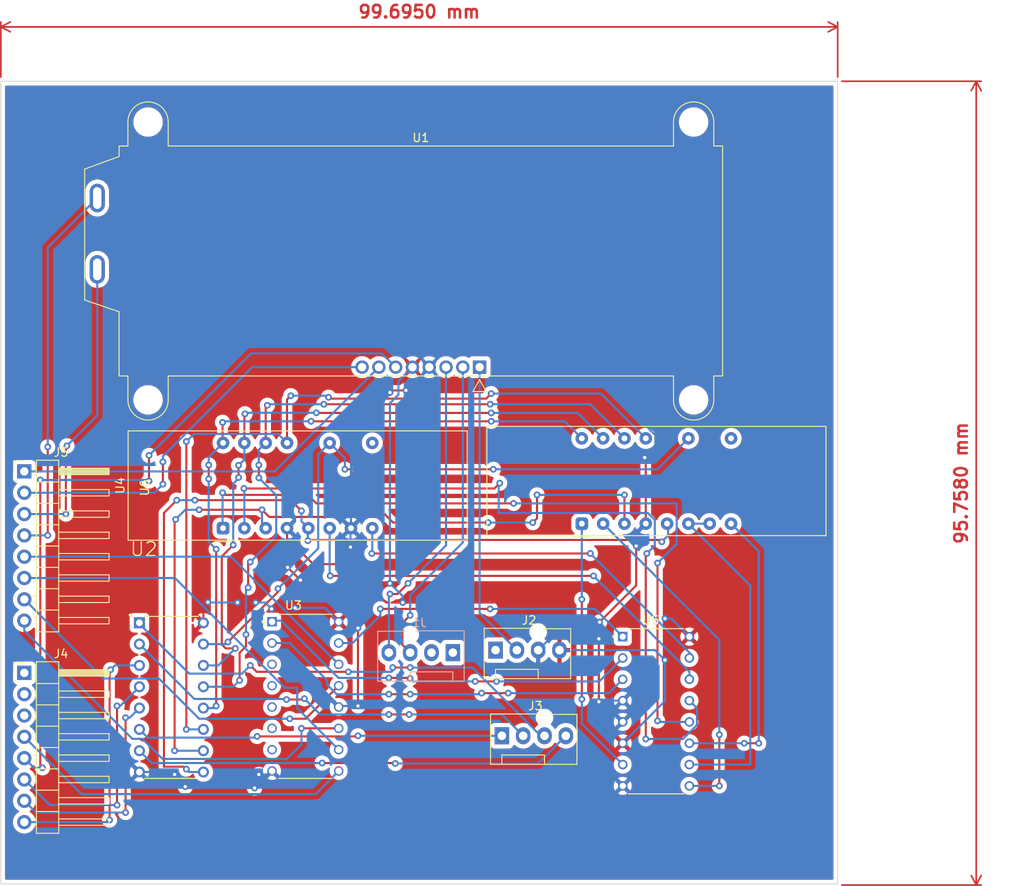
<source format=kicad_pcb>
(kicad_pcb (version 20211014) (generator pcbnew)
  (layers (0 "F.Cu" signal) (31 "B.Cu" signal) (34 "B.Paste" user) (35 "F.Paste" user) (36 "B.SilkS" user "B.Silkscreen") (37 "F.SilkS" user "F.Silkscreen") (38 "B.Mask" user) (39 "F.Mask" user) (44 "Edge.Cuts" user))
  (net 0 "")
  (net 3 "/CLK")
  (net 4 "/data")
  (net 6 "/RST'")
  (net 7 "/GND")
  (net 8 "/3.3V")
  (net 9 "/A3")
  (net 10 "/A2")
  (net 11 "/A1")
  (net 12 "/A0")
  (net 16 "Net-(U3-Pad9)")
  (net 17 "Net-(U1-Pad6)")
  (net 18 "Net-(U2-Pad4)")
  (net 19 "Net-(U2-Pad5)")
  (net 20 "Net-(U2-Pad3)")
  (net 21 "Net-(U1-Pad7)")
  (net 22 "Net-(U1-Pad8)")
  (net 23 "Net-(U1-Pad9)")
  (net 24 "Net-(U1-Pad10)")
  (net 25 "Net-(U3-Pad14)")
  (net 26 "Net-(U3-Pad10)")
  (net 27 "Net-(U3-Pad13)")
  (net 28 "Net-(U3-Pad11)")
  (net 29 "Net-(U2-Pad15)")
  (net 30 "Net-(U2-Pad10)")
  (net 31 "Net-(U2-Pad11)")
  (net 32 "Net-(U2-Pad14)")
  (net 33 "Net-(U2-Pad12)")
  (net 34 "Net-(U2-Pad13)")
  (net 35 "Net-(U2-Pad9)")
  (net 36 "Net-(U3-Pad1)")
  (net 37 "Net-(U3-Pad2)")
  (net 43 "Net-(U3-Pad15)")
  (net 44 "Net-(U4-Pad1)")
  (net 45 "Net-(U4-Pad2)")
  (net 46 "Net-(U4-Pad6)")
  (net 47 "Net-(U4-Pad8)")
  (net 49 "Net-(U5-Pad7)")
  (net 50 "Net-(U5-Pad9)")
  (net 51 "Net-(U5-Pad10)")
  (net 52 "Net-(U5-Pad11)")
  (footprint "Display_7Segment:LTC-4627Jx" (layer "F.Cu") (at 113.792 79.756 90)
    (fp_text reference "U6")
    (fp_text value "LTC-4627JD")
  )
  (footprint "Connector:FanPinHeader_1x04_P2.54mm_Vertical" (layer "F.Cu") (at 103.515 94.823)
    (fp_text reference "J2")
    (fp_text value "power")
  )
  (footprint "74xx:Demult_CD74HC237" (layer "F.Cu") (at 122.638 102.108)
    (fp_text reference "U5")
    (fp_text value "74HC237")
  )
  (footprint "Connector_PinHeader_2.54mm:PinHeader_1x08_P2.54mm_Horizontal" (layer "F.Cu") (at 47.371 97.536)
    (fp_text reference "J4")
    (fp_text value "debug1")
  )
  (footprint "Display_7Segment:LTC-4627Jx" (layer "F.Cu") (at 71.051 80.2965 90)
    (fp_text reference "U4")
    (fp_text value "LTC-4627JD")
  )
  (footprint "Display:NHD-C0220BiZ" (layer "F.Cu") (at 94.615 45.212)
    (fp_text reference "U1")
    (fp_text value "NHD-C0220BIZ")
  )
  (footprint "74xx:Decoder_74LS248" (layer "F.Cu") (at 64.897 100.457)
    (fp_text reference "U2")
    (fp_text value "74LS248")
  )
  (footprint "Connector_PinHeader_2.54mm:PinHeader_1x08_P2.54mm_Horizontal" (layer "F.Cu") (at 47.371 73.533)
    (fp_text reference "J5")
    (fp_text value "debug2")
  )
  (footprint "Connector:FanPinHeader_1x04_P2.54mm_Vertical" (layer "F.Cu") (at 104.267 105.029)
    (fp_text reference "J3")
    (fp_text value "LED input")
  )
  (footprint "74xx:Counter_74LS590" (layer "F.Cu") (at 80.8575 100.33)
    (fp_text reference "U3")
    (fp_text value "74LS590")
  )
  (footprint "Connector:FanPinHeader_1x04_P2.54mm_Vertical" (layer "B.Cu") (at 98.425 95.123 180)
    (fp_text reference "J1")
    (fp_text value "display")
  )
  (gr_rect (start 144.272 122.682) (end 44.577 27.051) (layer "Edge.Cuts") (width 0.1) (fill none))
  (dimension (type aligned) (layer "F.Cu") (pts (xy 144.272 27.051) (xy 144.272 122.809)) (height -16.51) (gr_text "95.7580 mm" (at 158.982 74.93 90) (layer "F.Cu") (effects (font (size 1.5 1.5) (thickness 0.3)))) (format (units 3) (units_format 1) (precision 4)) (style (thickness 0.2) (arrow_length 1.27) (text_position_mode 0) (extension_height 0.58642) (extension_offset 0.5) keep_text_aligned))
  (dimension (type aligned) (layer "F.Cu") (pts (xy 44.577 27.051) (xy 144.272 27.051)) (height -6.477) (gr_text "99.6950 mm" (at 94.4245 18.774) (layer "F.Cu") (effects (font (size 1.5 1.5) (thickness 0.3)))) (format (units 3) (units_format 1) (precision 4)) (style (thickness 0.2) (arrow_length 1.27) (text_position_mode 0) (extension_height 0.58642) (extension_offset 0.5) keep_text_aligned))
  (segment (start 93.345 90.678) (end 92.419999 91.603001) (width 0.25) (layer "F.Cu") (net 3))
  (segment (start 92.419999 91.603001) (end 92.419999 94.197999) (width 0.25) (layer "F.Cu") (net 3))
  (segment (start 92.419999 94.197999) (end 93.345 95.123) (width 0.25) (layer "F.Cu") (net 3))
  (via (at 93.345 90.678) (size 0.8) (drill 0.4) (layers "F.Cu" "B.Cu") (net 3))
  (segment (start 99.615 81.995) (end 93.345 88.265) (width 0.25) (layer "B.Cu") (net 3))
  (segment (start 99.615 61.112) (end 99.615 81.995) (width 0.25) (layer "B.Cu") (net 3))
  (segment (start 93.345 88.265) (end 93.345 90.297) (width 0.25) (layer "B.Cu") (net 3))
  (segment (start 93.345 90.297) (end 93.345 90.678) (width 0.25) (layer "B.Cu") (net 3))
  (segment (start 93.091 86.868) (end 91.821 88.138) (width 0.25) (layer "F.Cu") (net 4))
  (segment (start 91.821 88.138) (end 90.932 88.138) (width 0.25) (layer "F.Cu") (net 4))
  (via (at 90.932 88.138) (size 0.8) (drill 0.4) (layers "F.Cu" "B.Cu") (net 4))
  (via (at 93.091 86.868) (size 0.8) (drill 0.4) (layers "F.Cu" "B.Cu") (net 4))
  (segment (start 90.805 88.265) (end 90.805 95.123) (width 0.25) (layer "B.Cu") (net 4))
  (segment (start 90.932 88.138) (end 90.805 88.265) (width 0.25) (layer "B.Cu") (net 4))
  (segment (start 97.615 61.112) (end 97.615 82.344) (width 0.25) (layer "B.Cu") (net 4))
  (segment (start 97.615 82.344) (end 93.091 86.868) (width 0.25) (layer "B.Cu") (net 4))
  (segment (start 101.615 61.112) (end 101.615 61.199) (width 0.25) (layer "F.Cu") (net 6))
  (segment (start 101.615 61.199) (end 101.6 61.214) (width 0.25) (layer "F.Cu") (net 6))
  (segment (start 101.615 90.383) (end 106.055 94.823) (width 0.25) (layer "B.Cu") (net 6))
  (segment (start 101.615 61.112) (end 101.615 90.383) (width 0.25) (layer "B.Cu") (net 6))
  (segment (start 74.803 110.1465) (end 75.311 109.6385) (width 0.25) (layer "F.Cu") (net 7))
  (segment (start 78.671 81.465) (end 81.788 84.582) (width 0.25) (layer "F.Cu") (net 7))
  (segment (start 86.233 84.328) (end 86.233 82.55) (width 0.25) (layer "F.Cu") (net 7))
  (segment (start 92.837 63.881) (end 91.186 63.881) (width 0.25) (layer "F.Cu") (net 7))
  (segment (start 78.671 80.2965) (end 78.671 81.465) (width 0.25) (layer "F.Cu") (net 7))
  (segment (start 91.186 63.881) (end 90.932 64.135) (width 0.25) (layer "F.Cu") (net 7))
  (segment (start 121.285 71.882) (end 121.412 72.009) (width 0.25) (layer "F.Cu") (net 7))
  (segment (start 87.122 92.202) (end 87.122 101.473) (width 0.25) (layer "F.Cu") (net 7))
  (segment (start 121.412 72.009) (end 121.412 79.756) (width 0.25) (layer "F.Cu") (net 7))
  (segment (start 85.979 84.582) (end 86.233 84.328) (width 0.25) (layer "F.Cu") (net 7))
  (segment (start 78.74 84.963) (end 80.264 86.487) (width 0.25) (layer "F.Cu") (net 7))
  (segment (start 74.803 111.252) (end 74.803 110.1465) (width 0.25) (layer "F.Cu") (net 7))
  (segment (start 65.278 109.6385) (end 65.278 109.8175) (width 0.25) (layer "F.Cu") (net 7))
  (segment (start 120.269 87.122) (end 115.908201 91.482799) (width 0.25) (layer "F.Cu") (net 7))
  (segment (start 81.788 84.582) (end 85.979 84.582) (width 0.25) (layer "F.Cu") (net 7))
  (segment (start 120.269 82.423) (end 120.269 87.122) (width 0.25) (layer "F.Cu") (net 7))
  (segment (start 65.278 109.8175) (end 66.548 111.0875) (width 0.25) (layer "F.Cu") (net 7))
  (segment (start 115.824 93.472) (end 115.824 100.965) (width 0.25) (layer "F.Cu") (net 7))
  (via (at 87.122 101.473) (size 0.8) (drill 0.4) (layers "F.Cu" "B.Cu") (net 7))
  (via (at 115.908201 91.482799) (size 0.8) (drill 0.4) (layers "F.Cu" "B.Cu") (net 7))
  (via (at 92.837 63.881) (size 0.8) (drill 0.4) (layers "F.Cu" "B.Cu") (net 7))
  (via (at 75.311 109.6385) (size 0.8) (drill 0.4) (layers "F.Cu" "B.Cu") (net 7))
  (via (at 66.548 111.0875) (size 0.8) (drill 0.4) (layers "F.Cu" "B.Cu") (net 7))
  (via (at 86.233 82.55) (size 0.8) (drill 0.4) (layers "F.Cu" "B.Cu") (net 7))
  (via (at 120.269 82.423) (size 0.8) (drill 0.4) (layers "F.Cu" "B.Cu") (net 7))
  (via (at 65.278 109.6385) (size 0.8) (drill 0.4) (layers "F.Cu" "B.Cu") (net 7))
  (via (at 78.74 84.963) (size 0.8) (drill 0.4) (layers "F.Cu" "B.Cu") (net 7))
  (via (at 80.264 86.487) (size 0.8) (drill 0.4) (layers "F.Cu" "B.Cu") (net 7))
  (via (at 90.932 64.135) (size 0.8) (drill 0.4) (layers "F.Cu" "B.Cu") (net 7))
  (via (at 115.824 100.965) (size 0.8) (drill 0.4) (layers "F.Cu" "B.Cu") (net 7))
  (via (at 121.285 71.882) (size 0.8) (drill 0.4) (layers "F.Cu" "B.Cu") (net 7))
  (via (at 74.803 111.252) (size 0.8) (drill 0.4) (layers "F.Cu" "B.Cu") (net 7))
  (via (at 115.824 93.472) (size 0.8) (drill 0.4) (layers "F.Cu" "B.Cu") (net 7))
  (via (at 87.122 92.202) (size 0.8) (drill 0.4) (layers "F.Cu" "B.Cu") (net 7))
  (segment (start 120.269 80.899) (end 120.269 82.423) (width 0.25) (layer "B.Cu") (net 7))
  (segment (start 108.595 94.823) (end 109.946 93.472) (width 0.25) (layer "B.Cu") (net 7))
  (segment (start 90.932 64.135) (end 86.291 68.776) (width 0.25) (layer "B.Cu") (net 7))
  (segment (start 61.087 109.347) (end 64.9865 109.347) (width 0.25) (layer "B.Cu") (net 7))
  (segment (start 95.615 61.112) (end 97.251443 59.475557) (width 0.25) (layer "B.Cu") (net 7))
  (segment (start 79.502 84.201) (end 78.74 84.963) (width 0.25) (layer "B.Cu") (net 7))
  (segment (start 66.548 111.0875) (end 66.7125 111.252) (width 0.25) (layer "B.Cu") (net 7))
  (segment (start 115.824 100.965) (end 115.951 100.838) (width 0.25) (layer "B.Cu") (net 7))
  (segment (start 78.671 80.2965) (end 78.671 80.322) (width 0.25) (layer "B.Cu") (net 7))
  (segment (start 112.811837 59.475557) (end 122.555 69.21872) (width 0.25) (layer "B.Cu") (net 7))
  (segment (start 76.469 109.6385) (end 76.8875 109.22) (width 0.25) (layer "B.Cu") (net 7))
  (segment (start 87.122 101.473) (end 84.9545 101.473) (width 0.25) (layer "B.Cu") (net 7))
  (segment (start 64.9865 109.347) (end 65.278 109.6385) (width 0.25) (layer "B.Cu") (net 7))
  (segment (start 121.412 79.756) (end 120.269 80.899) (width 0.25) (layer "B.Cu") (net 7))
  (segment (start 115.908201 93.387799) (end 115.824 93.472) (width 0.25) (layer "B.Cu") (net 7))
  (segment (start 122.555 69.21872) (end 122.555 70.612) (width 0.25) (layer "B.Cu") (net 7))
  (segment (start 75.311 109.6385) (end 76.469 109.6385) (width 0.25) (layer "B.Cu") (net 7))
  (segment (start 109.946 93.472) (end 115.824 93.472) (width 0.25) (layer "B.Cu") (net 7))
  (segment (start 95.615 61.112) (end 92.846 63.881) (width 0.25) (layer "B.Cu") (net 7))
  (segment (start 92.846 63.881) (end 92.837 63.881) (width 0.25) (layer "B.Cu") (net 7))
  (segment (start 97.251443 59.475557) (end 112.811837 59.475557) (width 0.25) (layer "B.Cu") (net 7))
  (segment (start 78.74 80.391) (end 79.502 81.153) (width 0.25) (layer "B.Cu") (net 7))
  (segment (start 115.951 100.838) (end 118.668 100.838) (width 0.25) (layer "B.Cu") (net 7))
  (segment (start 84.9545 101.473) (end 84.8275 101.6) (width 0.25) (layer "B.Cu") (net 7))
  (segment (start 81.407 86.487) (end 87.122 92.202) (width 0.25) (layer "B.Cu") (net 7))
  (segment (start 86.291 68.776) (end 86.291 80.2965) (width 0.25) (layer "B.Cu") (net 7))
  (segment (start 79.502 81.153) (end 79.502 84.201) (width 0.25) (layer "B.Cu") (net 7))
  (segment (start 115.908201 91.482799) (end 115.908201 93.387799) (width 0.25) (layer "B.Cu") (net 7))
  (segment (start 80.264 86.487) (end 81.407 86.487) (width 0.25) (layer "B.Cu") (net 7))
  (segment (start 86.233 80.3545) (end 86.291 80.2965) (width 0.25) (layer "B.Cu") (net 7))
  (segment (start 66.7125 111.252) (end 74.803 111.252) (width 0.25) (layer "B.Cu") (net 7))
  (segment (start 122.555 70.612) (end 121.285 71.882) (width 0.25) (layer "B.Cu") (net 7))
  (segment (start 86.233 82.55) (end 86.233 80.3545) (width 0.25) (layer "B.Cu") (net 7))
  (segment (start 78.671 80.322) (end 78.74 80.391) (width 0.25) (layer "B.Cu") (net 7))
  (segment (start 68.707 91.567) (end 68.707 89.661999) (width 0.25) (layer "F.Cu") (net 8))
  (segment (start 68.707 89.661999) (end 69.251223 89.117776) (width 0.25) (layer "F.Cu") (net 8))
  (segment (start 123.698 91.059) (end 123.698 96.012) (width 0.25) (layer "F.Cu") (net 8))
  (segment (start 76.962 89.789) (end 79.629 89.789) (width 0.25) (layer "F.Cu") (net 8))
  (segment (start 111.125 89.154) (end 111.135 89.164) (width 0.25) (layer "F.Cu") (net 8))
  (segment (start 72.771 89.154) (end 74.93 89.154) (width 0.25) (layer "F.Cu") (net 8))
  (segment (start 111.135 89.164) (end 111.135 94.823) (width 0.25) (layer "F.Cu") (net 8))
  (segment (start 92.456 89.154) (end 111.125 89.154) (width 0.25) (layer "F.Cu") (net 8))
  (segment (start 84.8275 91.44) (end 89.3995 86.868) (width 0.25) (layer "F.Cu") (net 8))
  (segment (start 123.825 96.012) (end 123.698 96.012) (width 0.25) (layer "F.Cu") (net 8))
  (segment (start 76.835 89.916) (end 76.962 89.789) (width 0.25) (layer "F.Cu") (net 8))
  (segment (start 89.3995 86.868) (end 90.932 86.868) (width 0.25) (layer "F.Cu") (net 8))
  (via (at 76.835 89.916) (size 0.8) (drill 0.4) (layers "F.Cu" "B.Cu") (net 8))
  (via (at 123.698 96.012) (size 0.8) (drill 0.4) (layers "F.Cu" "B.Cu") (net 8))
  (via (at 79.629 89.789) (size 0.8) (drill 0.4) (layers "F.Cu" "B.Cu") (net 8))
  (via (at 69.251223 89.117776) (size 0.8) (drill 0.4) (layers "F.Cu" "B.Cu") (net 8))
  (via (at 72.771 89.154) (size 0.8) (drill 0.4) (layers "F.Cu" "B.Cu") (net 8))
  (via (at 92.456 89.154) (size 0.8) (drill 0.4) (layers "F.Cu" "B.Cu") (net 8))
  (via (at 123.698 91.059) (size 0.8) (drill 0.4) (layers "F.Cu" "B.Cu") (net 8))
  (via (at 74.93 89.154) (size 0.8) (drill 0.4) (layers "F.Cu" "B.Cu") (net 8))
  (via (at 90.932 86.868) (size 0.8) (drill 0.4) (layers "F.Cu" "B.Cu") (net 8))
  (segment (start 124.449 91.059) (end 123.698 91.059) (width 0.25) (layer "B.Cu") (net 8))
  (segment (start 126.608 93.218) (end 126.608 93.229) (width 0.25) (layer "B.Cu") (net 8))
  (segment (start 79.629 89.789) (end 83.1765 89.789) (width 0.25) (layer "B.Cu") (net 8))
  (segment (start 123.698 100.888) (end 118.668 105.918) (width 0.25) (layer "B.Cu") (net 8))
  (segment (start 122.509 94.823) (end 123.698 96.012) (width 0.25) (layer "B.Cu") (net 8))
  (segment (start 90.932 65.405) (end 91.948 64.389) (width 0.25) (layer "B.Cu") (net 8))
  (segment (start 123.698 96.012) (end 123.698 100.888) (width 0.25) (layer "B.Cu") (net 8))
  (segment (start 111.135 94.823) (end 122.509 94.823) (width 0.25) (layer "B.Cu") (net 8))
  (segment (start 92.456 88.392) (end 92.456 89.154) (width 0.25) (layer "B.Cu") (net 8))
  (segment (start 126.608 93.218) (end 124.449 91.059) (width 0.25) (layer "B.Cu") (net 8))
  (segment (start 74.93 89.154) (end 76.073 89.154) (width 0.25) (layer "B.Cu") (net 8))
  (segment (start 91.948 62.779) (end 93.615 61.112) (width 0.25) (layer "B.Cu") (net 8))
  (segment (start 90.932 86.868) (end 92.456 88.392) (width 0.25) (layer "B.Cu") (net 8))
  (segment (start 76.073 89.154) (end 76.835 89.916) (width 0.25) (layer "B.Cu") (net 8))
  (segment (start 83.1765 89.789) (end 84.8275 91.44) (width 0.25) (layer "B.Cu") (net 8))
  (segment (start 91.948 64.389) (end 91.948 62.779) (width 0.25) (layer "B.Cu") (net 8))
  (segment (start 69.287447 89.154) (end 72.771 89.154) (width 0.25) (layer "B.Cu") (net 8))
  (segment (start 69.251223 89.117776) (end 69.287447 89.154) (width 0.25) (layer "B.Cu") (net 8))
  (segment (start 90.932 86.868) (end 90.932 65.405) (width 0.25) (layer "B.Cu") (net 8))
  (segment (start 75.111792 105.1035) (end 87.0475 105.1035) (width 0.25) (layer "F.Cu") (net 9))
  (segment (start 87.0475 105.1035) (end 87.122 105.029) (width 0.25) (layer "F.Cu") (net 9))
  (segment (start 75.111792 105.1035) (end 75.291292 105.283) (width 0.25) (layer "F.Cu") (net 9))
  (via (at 75.111792 105.1035) (size 0.8) (drill 0.4) (layers "F.Cu" "B.Cu") (net 9))
  (via (at 87.122 105.029) (size 0.8) (drill 0.4) (layers "F.Cu" "B.Cu") (net 9))
  (segment (start 74.969292 105.246) (end 75.111792 105.1035) (width 0.25) (layer "B.Cu") (net 9))
  (segment (start 62.066 105.246) (end 74.969292 105.246) (width 0.25) (layer "B.Cu") (net 9))
  (segment (start 87.122 105.029) (end 104.267 105.029) (width 0.25) (layer "B.Cu") (net 9))
  (segment (start 61.087 104.267) (end 62.066 105.246) (width 0.25) (layer "B.Cu") (net 9))
  (segment (start 80.636402 100.711) (end 80.740425 100.606977) (width 0.25) (layer "F.Cu") (net 10))
  (segment (start 78.613 100.711) (end 80.636402 100.711) (width 0.25) (layer "F.Cu") (net 10))
  (segment (start 90.805 102.489) (end 93.218 102.489) (width 0.25) (layer "F.Cu") (net 10))
  (via (at 80.740425 100.606977) (size 0.8) (drill 0.4) (layers "F.Cu" "B.Cu") (net 10))
  (via (at 90.805 102.489) (size 0.8) (drill 0.4) (layers "F.Cu" "B.Cu") (net 10))
  (via (at 93.218 102.489) (size 0.8) (drill 0.4) (layers "F.Cu" "B.Cu") (net 10))
  (via (at 78.613 100.711) (size 0.8) (drill 0.4) (layers "F.Cu" "B.Cu") (net 10))
  (segment (start 93.218 102.489) (end 104.267 102.489) (width 0.25) (layer "B.Cu") (net 10))
  (segment (start 78.542601 100.640601) (end 78.613 100.711) (width 0.25) (layer "B.Cu") (net 10))
  (segment (start 61.087 94.107) (end 67.620601 100.640601) (width 0.25) (layer "B.Cu") (net 10))
  (segment (start 104.267 102.489) (end 106.807 105.029) (width 0.25) (layer "B.Cu") (net 10))
  (segment (start 82.623448 102.49) (end 90.804 102.49) (width 0.25) (layer "B.Cu") (net 10))
  (segment (start 67.620601 100.640601) (end 78.542601 100.640601) (width 0.25) (layer "B.Cu") (net 10))
  (segment (start 90.804 102.49) (end 90.805 102.489) (width 0.25) (layer "B.Cu") (net 10))
  (segment (start 80.740425 100.606977) (end 82.623448 102.49) (width 0.25) (layer "B.Cu") (net 10))
  (segment (start 91.2705 96.901) (end 93.345 96.901) (width 0.25) (layer "F.Cu") (net 11))
  (segment (start 75.058 97.41) (end 85.978 97.41) (width 0.25) (layer "F.Cu") (net 11))
  (segment (start 74.295 96.647) (end 75.058 97.41) (width 0.25) (layer "F.Cu") (net 11))
  (segment (start 85.978 97.41) (end 85.979 97.409) (width 0.25) (layer "F.Cu") (net 11))
  (via (at 85.979 97.409) (size 0.8) (drill 0.4) (layers "F.Cu" "B.Cu") (net 11))
  (via (at 91.2705 96.901) (size 0.8) (drill 0.4) (layers "F.Cu" "B.Cu") (net 11))
  (via (at 93.345 96.901) (size 0.8) (drill 0.4) (layers "F.Cu" "B.Cu") (net 11))
  (via (at 74.295 96.647) (size 0.8) (drill 0.4) (layers "F.Cu" "B.Cu") (net 11))
  (segment (start 100.762703 96.901) (end 108.890703 105.029) (width 0.25) (layer "B.Cu") (net 11))
  (segment (start 61.087 91.694) (end 67.019 97.626) (width 0.25) (layer "B.Cu") (net 11))
  (segment (start 61.087 91.567) (end 61.087 91.694) (width 0.25) (layer "B.Cu") (net 11))
  (segment (start 91.2705 97.250015) (end 91.2705 96.901) (width 0.25) (layer "B.Cu") (net 11))
  (segment (start 67.019 97.626) (end 73.316 97.626) (width 0.25) (layer "B.Cu") (net 11))
  (segment (start 85.979 97.409) (end 91.111515 97.409) (width 0.25) (layer "B.Cu") (net 11))
  (segment (start 73.316 97.626) (end 74.295 96.647) (width 0.25) (layer "B.Cu") (net 11))
  (segment (start 91.111515 97.409) (end 91.2705 97.250015) (width 0.25) (layer "B.Cu") (net 11))
  (segment (start 93.345 96.901) (end 100.762703 96.901) (width 0.25) (layer "B.Cu") (net 11))
  (segment (start 108.890703 105.029) (end 109.347 105.029) (width 0.25) (layer "B.Cu") (net 11))
  (segment (start 82.858951 108.276049) (end 91.512049 108.276049) (width 0.25) (layer "F.Cu") (net 12))
  (segment (start 91.512049 108.276049) (end 91.567 108.331) (width 0.25) (layer "F.Cu") (net 12))
  (via (at 91.567 108.331) (size 0.8) (drill 0.4) (layers "F.Cu" "B.Cu") (net 12))
  (via (at 82.858951 108.276049) (size 0.8) (drill 0.4) (layers "F.Cu" "B.Cu") (net 12))
  (segment (start 91.567 108.331) (end 108.585 108.331) (width 0.25) (layer "B.Cu") (net 12))
  (segment (start 108.585 108.331) (end 111.887 105.029) (width 0.25) (layer "B.Cu") (net 12))
  (segment (start 61.087 106.807) (end 62.556049 108.276049) (width 0.25) (layer "B.Cu") (net 12))
  (segment (start 62.556049 108.276049) (end 82.858951 108.276049) (width 0.25) (layer "B.Cu") (net 12))
  (segment (start 47.371 105.156) (end 54.192 111.977) (width 0.25) (layer "B.Cu") (net 16))
  (segment (start 82.0705 111.977) (end 84.8275 109.22) (width 0.25) (layer "B.Cu") (net 16))
  (segment (start 54.192 111.977) (end 82.0705 111.977) (width 0.25) (layer "B.Cu") (net 16))
  (segment (start 62.23 74.676) (end 62.23 71.628) (width 0.25) (layer "F.Cu") (net 17))
  (segment (start 49.53 108.839) (end 49.276 108.585) (width 0.25) (layer "F.Cu") (net 17))
  (segment (start 49.276 108.585) (end 49.276 74.549) (width 0.25) (layer "F.Cu") (net 17))
  (via (at 49.276 74.549) (size 0.8) (drill 0.4) (layers "F.Cu" "B.Cu") (net 17))
  (via (at 62.23 74.676) (size 0.8) (drill 0.4) (layers "F.Cu" "B.Cu") (net 17))
  (via (at 49.53 108.839) (size 0.8) (drill 0.4) (layers "F.Cu" "B.Cu") (net 17))
  (via (at 62.23 71.628) (size 0.8) (drill 0.4) (layers "F.Cu" "B.Cu") (net 17))
  (segment (start 48.514 108.839) (end 49.53 108.839) (width 0.25) (layer "B.Cu") (net 17))
  (segment (start 62.23 71.628) (end 74.382443 59.475557) (width 0.25) (layer "B.Cu") (net 17))
  (segment (start 62.103 74.549) (end 62.23 74.676) (width 0.25) (layer "B.Cu") (net 17))
  (segment (start 74.382443 59.475557) (end 89.978557 59.475557) (width 0.25) (layer "B.Cu") (net 17))
  (segment (start 47.371 107.696) (end 48.514 108.839) (width 0.25) (layer "B.Cu") (net 17))
  (segment (start 91.995 61.492) (end 91.615 61.112) (width 0.25) (layer "B.Cu") (net 17))
  (segment (start 89.978557 59.475557) (end 91.615 61.112) (width 0.25) (layer "B.Cu") (net 17))
  (segment (start 49.276 74.549) (end 62.103 74.549) (width 0.25) (layer "B.Cu") (net 17))
  (segment (start 58.42 113.284) (end 58.42 101.473) (width 0.25) (layer "F.Cu") (net 18))
  (via (at 58.42 101.473) (size 0.8) (drill 0.4) (layers "F.Cu" "B.Cu") (net 18))
  (via (at 58.42 113.284) (size 0.8) (drill 0.4) (layers "F.Cu" "B.Cu") (net 18))
  (segment (start 58.42 101.473) (end 58.801 101.473) (width 0.25) (layer "B.Cu") (net 18))
  (segment (start 50.419 113.284) (end 58.42 113.284) (width 0.25) (layer "B.Cu") (net 18))
  (segment (start 58.801 101.473) (end 61.087 99.187) (width 0.25) (layer "B.Cu") (net 18))
  (segment (start 47.371 110.236) (end 50.419 113.284) (width 0.25) (layer "B.Cu") (net 18))
  (segment (start 59.436 114.173) (end 59.436 102.87) (width 0.25) (layer "F.Cu") (net 19))
  (via (at 59.436 114.173) (size 0.8) (drill 0.4) (layers "F.Cu" "B.Cu") (net 19))
  (via (at 59.436 102.87) (size 0.8) (drill 0.4) (layers "F.Cu" "B.Cu") (net 19))
  (segment (start 47.371 112.776) (end 48.768 114.173) (width 0.25) (layer "B.Cu") (net 19))
  (segment (start 59.436 102.87) (end 59.944 102.87) (width 0.25) (layer "B.Cu") (net 19))
  (segment (start 48.768 114.173) (end 59.436 114.173) (width 0.25) (layer "B.Cu") (net 19))
  (segment (start 59.944 102.87) (end 61.087 101.727) (width 0.25) (layer "B.Cu") (net 19))
  (segment (start 57.531 115.062) (end 57.531 97.282) (width 0.25) (layer "F.Cu") (net 20))
  (segment (start 57.531 97.282) (end 57.658 97.155) (width 0.25) (layer "F.Cu") (net 20))
  (via (at 57.531 115.062) (size 0.8) (drill 0.4) (layers "F.Cu" "B.Cu") (net 20))
  (via (at 57.658 97.155) (size 0.8) (drill 0.4) (layers "F.Cu" "B.Cu") (net 20))
  (segment (start 57.658 97.155) (end 58.166 96.647) (width 0.25) (layer "B.Cu") (net 20))
  (segment (start 57.277 115.316) (end 57.531 115.062) (width 0.25) (layer "B.Cu") (net 20))
  (segment (start 47.371 115.316) (end 57.277 115.316) (width 0.25) (layer "B.Cu") (net 20))
  (segment (start 58.166 96.647) (end 61.087 96.647) (width 0.25) (layer "B.Cu") (net 20))
  (segment (start 77.194 73.533) (end 89.615 61.112) (width 0.25) (layer "B.Cu") (net 21))
  (segment (start 47.371 73.533) (end 77.194 73.533) (width 0.25) (layer "B.Cu") (net 21))
  (segment (start 63.881 75.057) (end 63.881 72.39) (width 0.25) (layer "F.Cu") (net 22))
  (via (at 63.881 75.057) (size 0.8) (drill 0.4) (layers "F.Cu" "B.Cu") (net 22))
  (via (at 63.881 72.39) (size 0.8) (drill 0.4) (layers "F.Cu" "B.Cu") (net 22))
  (segment (start 63.881 72.39) (end 63.881 71.745695) (width 0.25) (layer "B.Cu") (net 22))
  (segment (start 62.865 76.073) (end 63.881 75.057) (width 0.25) (layer "B.Cu") (net 22))
  (segment (start 63.881 71.745695) (end 74.514695 61.112) (width 0.25) (layer "B.Cu") (net 22))
  (segment (start 74.514695 61.112) (end 87.615 61.112) (width 0.25) (layer "B.Cu") (net 22))
  (segment (start 47.371 76.073) (end 62.865 76.073) (width 0.25) (layer "B.Cu") (net 22))
  (segment (start 52.324 70.612) (end 52.451 70.485) (width 0.25) (layer "F.Cu") (net 23))
  (segment (start 52.324 78.613) (end 52.324 70.612) (width 0.25) (layer "F.Cu") (net 23))
  (via (at 52.451 70.485) (size 0.8) (drill 0.4) (layers "F.Cu" "B.Cu") (net 23))
  (via (at 52.324 78.613) (size 0.8) (drill 0.4) (layers "F.Cu" "B.Cu") (net 23))
  (segment (start 52.451 70.485) (end 56.065 66.871) (width 0.25) (layer "B.Cu") (net 23))
  (segment (start 47.371 78.613) (end 52.324 78.613) (width 0.25) (layer "B.Cu") (net 23))
  (segment (start 56.065 66.871) (end 56.065 49.462) (width 0.25) (layer "B.Cu") (net 23))
  (segment (start 50.165 81.153) (end 50.165 70.612) (width 0.25) (layer "F.Cu") (net 24))
  (via (at 50.165 81.153) (size 0.8) (drill 0.4) (layers "F.Cu" "B.Cu") (net 24))
  (via (at 50.165 70.612) (size 0.8) (drill 0.4) (layers "F.Cu" "B.Cu") (net 24))
  (segment (start 50.165 46.862) (end 56.065 40.962) (width 0.25) (layer "B.Cu") (net 24))
  (segment (start 50.165 70.612) (end 50.165 46.862) (width 0.25) (layer "B.Cu") (net 24))
  (segment (start 47.371 81.153) (end 50.165 81.153) (width 0.25) (layer "B.Cu") (net 24))
  (segment (start 72.0005 83.693) (end 84.8275 96.52) (width 0.25) (layer "B.Cu") (net 25))
  (segment (start 47.371 83.693) (end 72.0005 83.693) (width 0.25) (layer "B.Cu") (net 25))
  (segment (start 47.371 86.233) (end 65.319151 86.233) (width 0.25) (layer "B.Cu") (net 26))
  (segment (start 78.400151 99.314) (end 79.883 99.314) (width 0.25) (layer "B.Cu") (net 26))
  (segment (start 79.883 99.314) (end 79.883 101.7355) (width 0.25) (layer "B.Cu") (net 26))
  (segment (start 79.883 101.7355) (end 84.8275 106.68) (width 0.25) (layer "B.Cu") (net 26))
  (segment (start 65.319151 86.233) (end 78.400151 99.314) (width 0.25) (layer "B.Cu") (net 26))
  (segment (start 80.8905 102.997) (end 84.8275 99.06) (width 0.25) (layer "F.Cu") (net 27))
  (segment (start 78.994 102.997) (end 80.8905 102.997) (width 0.25) (layer "F.Cu") (net 27))
  (via (at 78.994 102.997) (size 0.8) (drill 0.4) (layers "F.Cu" "B.Cu") (net 27))
  (segment (start 63.41 98.208) (end 68.199 102.997) (width 0.25) (layer "B.Cu") (net 27))
  (segment (start 47.371 88.773) (end 56.806 98.208) (width 0.25) (layer "B.Cu") (net 27))
  (segment (start 56.806 98.208) (end 63.41 98.208) (width 0.25) (layer "B.Cu") (net 27))
  (segment (start 68.199 102.997) (end 78.994 102.997) (width 0.25) (layer "B.Cu") (net 27))
  (segment (start 80.391 104.14) (end 84.8275 104.14) (width 0.25) (layer "F.Cu") (net 28))
  (via (at 80.391 104.14) (size 0.8) (drill 0.4) (layers "F.Cu" "B.Cu") (net 28))
  (segment (start 61.45274 105.39474) (end 63.844 107.786) (width 0.25) (layer "B.Cu") (net 28))
  (segment (start 79.502 106.934) (end 80.391 106.045) (width 0.25) (layer "B.Cu") (net 28))
  (segment (start 78.65 107.786) (end 79.502 106.934) (width 0.25) (layer "B.Cu") (net 28))
  (segment (start 60.250659 105.39474) (end 61.45274 105.39474) (width 0.25) (layer "B.Cu") (net 28))
  (segment (start 47.371 92.515081) (end 60.250659 105.39474) (width 0.25) (layer "B.Cu") (net 28))
  (segment (start 80.391 106.045) (end 80.391 104.14) (width 0.25) (layer "B.Cu") (net 28))
  (segment (start 47.371 91.313) (end 47.371 92.515081) (width 0.25) (layer "B.Cu") (net 28))
  (segment (start 63.844 107.786) (end 78.65 107.786) (width 0.25) (layer "B.Cu") (net 28))
  (segment (start 71.628 93.853) (end 77.597 87.884) (width 0.25) (layer "F.Cu") (net 29))
  (segment (start 77.597 87.884) (end 77.597 87.503) (width 0.25) (layer "F.Cu") (net 29))
  (segment (start 103.251 73.279) (end 85.5665 73.279) (width 0.25) (layer "F.Cu") (net 29))
  (via (at 85.5665 73.279) (size 0.8) (drill 0.4) (layers "F.Cu" "B.Cu") (net 29))
  (via (at 77.597 87.503) (size 0.8) (drill 0.4) (layers "F.Cu" "B.Cu") (net 29))
  (via (at 103.251 73.279) (size 0.8) (drill 0.4) (layers "F.Cu" "B.Cu") (net 29))
  (via (at 71.628 93.853) (size 0.8) (drill 0.4) (layers "F.Cu" "B.Cu") (net 29))
  (segment (start 77.597 87.503) (end 82.388821 82.711179) (width 0.25) (layer "B.Cu") (net 29))
  (segment (start 85.5665 73.279) (end 85.5665 71.952) (width 0.25) (layer "B.Cu") (net 29))
  (segment (start 126.492 69.596) (end 122.809 73.279) (width 0.25) (layer "B.Cu") (net 29))
  (segment (start 85.5665 71.952) (end 83.751 70.1365) (width 0.25) (layer "B.Cu") (net 29))
  (segment (start 82.388821 82.711179) (end 82.388821 71.498679) (width 0.25) (layer "B.Cu") (net 29))
  (segment (start 71.374 94.107) (end 71.628 93.853) (width 0.25) (layer "B.Cu") (net 29))
  (segment (start 82.388821 71.498679) (end 83.751 70.1365) (width 0.25) (layer "B.Cu") (net 29))
  (segment (start 122.809 73.279) (end 103.251 73.279) (width 0.25) (layer "B.Cu") (net 29))
  (segment (start 68.707 94.107) (end 71.374 94.107) (width 0.25) (layer "B.Cu") (net 29))
  (segment (start 91.313 79.629) (end 90.297 78.613) (width 0.25) (layer "F.Cu") (net 30))
  (segment (start 89.953 78.957) (end 76.544 78.957) (width 0.25) (layer "F.Cu") (net 30))
  (segment (start 65.278 79.375) (end 65.405 79.248) (width 0.25) (layer "F.Cu") (net 30))
  (segment (start 90.297 78.613) (end 89.953 78.957) (width 0.25) (layer "F.Cu") (net 30))
  (segment (start 76.544 78.957) (end 75.692 78.105) (width 0.25) (layer "F.Cu") (net 30))
  (segment (start 68.199 78.105) (end 75.692 78.105) (width 0.25) (layer "F.Cu") (net 30))
  (segment (start 108.458 76.327) (end 108.458 79.121) (width 0.25) (layer "F.Cu") (net 30))
  (segment (start 102.616 79.629) (end 91.313 79.629) (width 0.25) (layer "F.Cu") (net 30))
  (segment (start 118.872 79.756) (end 118.872 76.327) (width 0.25) (layer "F.Cu") (net 30))
  (segment (start 65.278 106.807) (end 65.278 79.375) (width 0.25) (layer "F.Cu") (net 30))
  (segment (start 108.458 79.121) (end 107.95 79.629) (width 0.25) (layer "F.Cu") (net 30))
  (via (at 107.95 79.629) (size 0.8) (drill 0.4) (layers "F.Cu" "B.Cu") (net 30))
  (via (at 65.405 79.248) (size 0.8) (drill 0.4) (layers "F.Cu" "B.Cu") (net 30))
  (via (at 68.199 78.105) (size 0.8) (drill 0.4) (layers "F.Cu" "B.Cu") (net 30))
  (via (at 75.692 78.105) (size 0.8) (drill 0.4) (layers "F.Cu" "B.Cu") (net 30))
  (via (at 102.616 79.629) (size 0.8) (drill 0.4) (layers "F.Cu" "B.Cu") (net 30))
  (via (at 108.458 76.327) (size 0.8) (drill 0.4) (layers "F.Cu" "B.Cu") (net 30))
  (via (at 118.872 76.327) (size 0.8) (drill 0.4) (layers "F.Cu" "B.Cu") (net 30))
  (via (at 65.278 106.807) (size 0.8) (drill 0.4) (layers "F.Cu" "B.Cu") (net 30))
  (segment (start 75.692 79.8575) (end 76.131 80.2965) (width 0.25) (layer "B.Cu") (net 30))
  (segment (start 65.405 79.248) (end 66.548 78.105) (width 0.25) (layer "B.Cu") (net 30))
  (segment (start 66.548 78.105) (end 68.199 78.105) (width 0.25) (layer "B.Cu") (net 30))
  (segment (start 75.692 78.105) (end 75.692 79.8575) (width 0.25) (layer "B.Cu") (net 30))
  (segment (start 107.95 79.629) (end 102.616 79.629) (width 0.25) (layer "B.Cu") (net 30))
  (segment (start 68.707 106.807) (end 65.278 106.807) (width 0.25) (layer "B.Cu") (net 30))
  (segment (start 118.872 76.327) (end 108.458 76.327) (width 0.25) (layer "B.Cu") (net 30))
  (segment (start 78.671 64.966) (end 78.671 70.1365) (width 0.25) (layer "F.Cu") (net 31))
  (segment (start 102.399 64.86) (end 83.77206 64.86) (width 0.25) (layer "F.Cu") (net 31))
  (segment (start 102.997 64.262) (end 102.399 64.86) (width 0.25) (layer "F.Cu") (net 31))
  (segment (start 66.675 104.267) (end 66.675 69.977) (width 0.25) (layer "F.Cu") (net 31))
  (segment (start 79.121 64.516) (end 78.671 64.966) (width 0.25) (layer "F.Cu") (net 31))
  (segment (start 83.77206 64.86) (end 83.612424 64.700364) (width 0.25) (layer "F.Cu") (net 31))
  (via (at 79.121 64.516) (size 0.8) (drill 0.4) (layers "F.Cu" "B.Cu") (net 31))
  (via (at 83.612424 64.700364) (size 0.8) (drill 0.4) (layers "F.Cu" "B.Cu") (net 31))
  (via (at 66.675 69.977) (size 0.8) (drill 0.4) (layers "F.Cu" "B.Cu") (net 31))
  (via (at 102.997 64.262) (size 0.8) (drill 0.4) (layers "F.Cu" "B.Cu") (net 31))
  (via (at 66.675 104.267) (size 0.8) (drill 0.4) (layers "F.Cu" "B.Cu") (net 31))
  (segment (start 121.412 69.596) (end 116.078 64.262) (width 0.25) (layer "B.Cu") (net 31))
  (segment (start 68.707 104.267) (end 66.675 104.267) (width 0.25) (layer "B.Cu") (net 31))
  (segment (start 66.675 69.977) (end 67.5905 69.0615) (width 0.25) (layer "B.Cu") (net 31))
  (segment (start 83.42806 64.516) (end 79.121 64.516) (width 0.25) (layer "B.Cu") (net 31))
  (segment (start 83.612424 64.700364) (end 83.42806 64.516) (width 0.25) (layer "B.Cu") (net 31))
  (segment (start 77.596 69.0615) (end 78.671 70.1365) (width 0.25) (layer "B.Cu") (net 31))
  (segment (start 67.5905 69.0615) (end 77.596 69.0615) (width 0.25) (layer "B.Cu") (net 31))
  (segment (start 116.078 64.262) (end 102.997 64.262) (width 0.25) (layer "B.Cu") (net 31))
  (segment (start 102.997 66.564497) (end 82.185497 66.564497) (width 0.25) (layer "F.Cu") (net 32))
  (segment (start 70.903 94.153305) (end 70.903 83.656) (width 0.25) (layer "F.Cu") (net 32))
  (segment (start 70.903 83.656) (end 72.263 82.296) (width 0.25) (layer "F.Cu") (net 32))
  (segment (start 72.898 74.2575) (end 72.898 72.8085) (width 0.25) (layer "F.Cu") (net 32))
  (segment (start 73.66 66.675) (end 73.591 66.744) (width 0.25) (layer "F.Cu") (net 32))
  (segment (start 71.364695 94.615) (end 70.903 94.153305) (width 0.25) (layer "F.Cu") (net 32))
  (segment (start 73.591 66.744) (end 73.591 70.1365) (width 0.25) (layer "F.Cu") (net 32))
  (segment (start 72.517 94.615) (end 71.364695 94.615) (width 0.25) (layer "F.Cu") (net 32))
  (segment (start 82.185497 66.564497) (end 82.169 66.548) (width 0.25) (layer "F.Cu") (net 32))
  (via (at 72.263 82.296) (size 0.8) (drill 0.4) (layers "F.Cu" "B.Cu") (net 32))
  (via (at 72.898 74.2575) (size 0.8) (drill 0.4) (layers "F.Cu" "B.Cu") (net 32))
  (via (at 102.997 66.564497) (size 0.8) (drill 0.4) (layers "F.Cu" "B.Cu") (net 32))
  (via (at 72.898 72.8085) (size 0.8) (drill 0.4) (layers "F.Cu" "B.Cu") (net 32))
  (via (at 82.169 66.548) (size 0.8) (drill 0.4) (layers "F.Cu" "B.Cu") (net 32))
  (via (at 72.517 94.615) (size 0.8) (drill 0.4) (layers "F.Cu" "B.Cu") (net 32))
  (via (at 73.66 66.675) (size 0.8) (drill 0.4) (layers "F.Cu" "B.Cu") (net 32))
  (segment (start 72.898 72.8085) (end 73.591 72.1155) (width 0.25) (layer "B.Cu") (net 32))
  (segment (start 72.898 74.364) (end 72.898 74.2575) (width 0.25) (layer "B.Cu") (net 32))
  (segment (start 82.169 66.548) (end 73.787 66.548) (width 0.25) (layer "B.Cu") (net 32))
  (segment (start 70.485 96.647) (end 72.517 94.615) (width 0.25) (layer "B.Cu") (net 32))
  (segment (start 113.300497 66.564497) (end 102.997 66.564497) (width 0.25) (layer "B.Cu") (net 32))
  (segment (start 68.707 96.647) (end 70.485 96.647) (width 0.25) (layer "B.Cu") (net 32))
  (segment (start 116.332 69.596) (end 113.300497 66.564497) (width 0.25) (layer "B.Cu") (net 32))
  (segment (start 73.591 72.1155) (end 73.591 70.1365) (width 0.25) (layer "B.Cu") (net 32))
  (segment (start 72.263 74.999) (end 72.898 74.364) (width 0.25) (layer "B.Cu") (net 32))
  (segment (start 72.263 82.296) (end 72.263 74.999) (width 0.25) (layer "B.Cu") (net 32))
  (segment (start 73.787 66.548) (end 73.66 66.675) (width 0.25) (layer "B.Cu") (net 32))
  (segment (start 70.231 101.473) (end 70.231 82.804) (width 0.25) (layer "F.Cu") (net 33))
  (segment (start 70.993 67.691) (end 70.993 70.0785) (width 0.25) (layer "F.Cu") (net 33))
  (segment (start 102.997 67.564) (end 81.534 67.564) (width 0.25) (layer "F.Cu") (net 33))
  (segment (start 70.993 70.0785) (end 71.051 70.1365) (width 0.25) (layer "F.Cu") (net 33))
  (segment (start 69.342 74.422) (end 69.342 72.771) (width 0.25) (layer "F.Cu") (net 33))
  (via (at 70.993 67.691) (size 0.8) (drill 0.4) (layers "F.Cu" "B.Cu") (net 33))
  (via (at 81.534 67.564) (size 0.8) (drill 0.4) (layers "F.Cu" "B.Cu") (net 33))
  (via (at 70.231 101.473) (size 0.8) (drill 0.4) (layers "F.Cu" "B.Cu") (net 33))
  (via (at 70.231 82.804) (size 0.8) (drill 0.4) (layers "F.Cu" "B.Cu") (net 33))
  (via (at 69.342 72.771) (size 0.8) (drill 0.4) (layers "F.Cu" "B.Cu") (net 33))
  (via (at 69.342 74.422) (size 0.8) (drill 0.4) (layers "F.Cu" "B.Cu") (net 33))
  (via (at 102.997 67.564) (size 0.8) (drill 0.4) (layers "F.Cu" "B.Cu") (net 33))
  (segment (start 68.707 101.727) (end 69.977 101.727) (width 0.25) (layer "B.Cu") (net 33))
  (segment (start 71.12 67.564) (end 70.993 67.691) (width 0.25) (layer "B.Cu") (net 33))
  (segment (start 69.342 71.8455) (end 71.051 70.1365) (width 0.25) (layer "B.Cu") (net 33))
  (segment (start 111.76 67.564) (end 102.997 67.564) (width 0.25) (layer "B.Cu") (net 33))
  (segment (start 69.977 101.727) (end 70.231 101.473) (width 0.25) (layer "B.Cu") (net 33))
  (segment (start 113.792 69.596) (end 111.76 67.564) (width 0.25) (layer "B.Cu") (net 33))
  (segment (start 70.231 82.804) (end 69.342 81.915) (width 0.25) (layer "B.Cu") (net 33))
  (segment (start 69.342 72.771) (end 69.342 71.8455) (width 0.25) (layer "B.Cu") (net 33))
  (segment (start 69.342 81.915) (end 69.342 74.422) (width 0.25) (layer "B.Cu") (net 33))
  (segment (start 81.534 67.564) (end 71.12 67.564) (width 0.25) (layer "B.Cu") (net 33))
  (segment (start 76.327 65.659) (end 76.131 65.855) (width 0.25) (layer "F.Cu") (net 34))
  (segment (start 73.025 95.132305) (end 73.787 94.370305) (width 0.25) (layer "F.Cu") (net 34))
  (segment (start 75.311 74.295) (end 75.311 72.771) (width 0.25) (layer "F.Cu") (net 34))
  (segment (start 74.041 84.582) (end 74.295 84.328) (width 0.25) (layer "F.Cu") (net 34))
  (segment (start 76.131 65.855) (end 76.131 70.1365) (width 0.25) (layer "F.Cu") (net 34))
  (segment (start 74.041 87.376) (end 74.041 84.582) (width 0.25) (layer "F.Cu") (net 34))
  (segment (start 102.87 65.532) (end 83.058 65.532) (width 0.25) (layer "F.Cu") (net 34))
  (segment (start 73.787 94.370305) (end 73.787 92.964) (width 0.25) (layer "F.Cu") (net 34))
  (segment (start 73.025 98.425) (end 73.025 95.132305) (width 0.25) (layer "F.Cu") (net 34))
  (via (at 74.295 84.328) (size 0.8) (drill 0.4) (layers "F.Cu" "B.Cu") (net 34))
  (via (at 75.311 72.771) (size 0.8) (drill 0.4) (layers "F.Cu" "B.Cu") (net 34))
  (via (at 102.87 65.532) (size 0.8) (drill 0.4) (layers "F.Cu" "B.Cu") (net 34))
  (via (at 73.025 98.425) (size 0.8) (drill 0.4) (layers "F.Cu" "B.Cu") (net 34))
  (via (at 83.058 65.532) (size 0.8) (drill 0.4) (layers "F.Cu" "B.Cu") (net 34))
  (via (at 74.041 87.376) (size 0.8) (drill 0.4) (layers "F.Cu" "B.Cu") (net 34))
  (via (at 76.327 65.659) (size 0.8) (drill 0.4) (layers "F.Cu" "B.Cu") (net 34))
  (via (at 75.311 74.295) (size 0.8) (drill 0.4) (layers "F.Cu" "B.Cu") (net 34))
  (via (at 73.787 92.964) (size 0.8) (drill 0.4) (layers "F.Cu" "B.Cu") (net 34))
  (segment (start 72.263 99.187) (end 73.025 98.425) (width 0.25) (layer "B.Cu") (net 34))
  (segment (start 74.295 84.328) (end 77.380396 81.242604) (width 0.25) (layer "B.Cu") (net 34))
  (segment (start 77.380396 81.242604) (end 77.380396 76.364396) (width 0.25) (layer "B.Cu") (net 34))
  (segment (start 76.454 65.532) (end 76.327 65.659) (width 0.25) (layer "B.Cu") (net 34))
  (segment (start 83.058 65.532) (end 76.454 65.532) (width 0.25) (layer "B.Cu") (net 34))
  (segment (start 75.311 72.771) (end 75.311 70.9565) (width 0.25) (layer "B.Cu") (net 34))
  (segment (start 75.311 70.9565) (end 76.131 70.1365) (width 0.25) (layer "B.Cu") (net 34))
  (segment (start 73.787 92.964) (end 73.787 87.63) (width 0.25) (layer "B.Cu") (net 34))
  (segment (start 103.124 65.532) (end 102.87 65.532) (width 0.25) (layer "B.Cu") (net 34))
  (segment (start 68.707 99.187) (end 72.263 99.187) (width 0.25) (layer "B.Cu") (net 34))
  (segment (start 118.872 69.596) (end 114.808 65.532) (width 0.25) (layer "B.Cu") (net 34))
  (segment (start 77.380396 76.364396) (end 75.311 74.295) (width 0.25) (layer "B.Cu") (net 34))
  (segment (start 114.808 65.532) (end 103.124 65.532) (width 0.25) (layer "B.Cu") (net 34))
  (segment (start 73.787 87.63) (end 74.041 87.376) (width 0.25) (layer "B.Cu") (net 34))
  (segment (start 67.691 76.962) (end 79.121 76.962) (width 0.25) (layer "F.Cu") (net 35))
  (segment (start 66.386451 108.712) (end 64.008 108.712) (width 0.25) (layer "F.Cu") (net 35))
  (segment (start 64.008 78.486) (end 65.532 76.962) (width 0.25) (layer "F.Cu") (net 35))
  (segment (start 64.008 108.712) (end 64.008 78.486) (width 0.25) (layer "F.Cu") (net 35))
  (segment (start 123.1 81.698) (end 81.243 81.698) (width 0.25) (layer "F.Cu") (net 35))
  (segment (start 81.243 81.698) (end 81.153 81.788) (width 0.25) (layer "F.Cu") (net 35))
  (segment (start 79.121 76.962) (end 80.391 78.232) (width 0.25) (layer "F.Cu") (net 35))
  (segment (start 123.317 81.915) (end 123.1 81.698) (width 0.25) (layer "F.Cu") (net 35))
  (segment (start 66.675 109.000549) (end 66.386451 108.712) (width 0.25) (layer "F.Cu") (net 35))
  (via (at 80.391 78.232) (size 0.8) (drill 0.4) (layers "F.Cu" "B.Cu") (net 35))
  (via (at 65.532 76.962) (size 0.8) (drill 0.4) (layers "F.Cu" "B.Cu") (net 35))
  (via (at 66.675 109.000549) (size 0.8) (drill 0.4) (layers "F.Cu" "B.Cu") (net 35))
  (via (at 67.691 76.962) (size 0.8) (drill 0.4) (layers "F.Cu" "B.Cu") (net 35))
  (via (at 81.153 81.788) (size 0.8) (drill 0.4) (layers "F.Cu" "B.Cu") (net 35))
  (via (at 123.317 81.915) (size 0.8) (drill 0.4) (layers "F.Cu" "B.Cu") (net 35))
  (segment (start 80.391 78.232) (end 80.391 79.4765) (width 0.25) (layer "B.Cu") (net 35))
  (segment (start 80.391 79.4765) (end 81.211 80.2965) (width 0.25) (layer "B.Cu") (net 35))
  (segment (start 67.021451 109.347) (end 66.675 109.000549) (width 0.25) (layer "B.Cu") (net 35))
  (segment (start 81.153 80.3545) (end 81.211 80.2965) (width 0.25) (layer "B.Cu") (net 35))
  (segment (start 124.079 81.153) (end 123.317 81.915) (width 0.25) (layer "B.Cu") (net 35))
  (segment (start 123.952 79.756) (end 124.079 79.756) (width 0.25) (layer "B.Cu") (net 35))
  (segment (start 68.707 109.347) (end 67.021451 109.347) (width 0.25) (layer "B.Cu") (net 35))
  (segment (start 65.532 76.962) (end 67.691 76.962) (width 0.25) (layer "B.Cu") (net 35))
  (segment (start 124.079 79.756) (end 124.079 81.153) (width 0.25) (layer "B.Cu") (net 35))
  (segment (start 81.153 81.788) (end 81.153 80.3545) (width 0.25) (layer "B.Cu") (net 35))
  (segment (start 90.805 98.1345) (end 93.26609 98.1345) (width 0.25) (layer "F.Cu") (net 36))
  (segment (start 93.26609 98.1345) (end 93.332277 98.200687) (width 0.25) (layer "F.Cu") (net 36))
  (segment (start 101.092 98.552) (end 103.632 98.552) (width 0.25) (layer "F.Cu") (net 36))
  (via (at 103.632 98.552) (size 0.8) (drill 0.4) (layers "F.Cu" "B.Cu") (net 36))
  (via (at 93.332277 98.200687) (size 0.8) (drill 0.4) (layers "F.Cu" "B.Cu") (net 36))
  (via (at 90.805 98.1345) (size 0.8) (drill 0.4) (layers "F.Cu" "B.Cu") (net 36))
  (via (at 101.092 98.552) (size 0.8) (drill 0.4) (layers "F.Cu" "B.Cu") (net 36))
  (segment (start 76.8875 91.44) (end 76.8875 91.3875) (width 0.25) (layer "B.Cu") (net 36))
  (segment (start 84.582 97.917) (end 84.7995 98.1345) (width 0.25) (layer "B.Cu") (net 36))
  (segment (start 93.68359 98.552) (end 101.092 98.552) (width 0.25) (layer "B.Cu") (net 36))
  (segment (start 76.962 91.313) (end 77.978 91.313) (width 0.25) (layer "B.Cu") (net 36))
  (segment (start 84.7995 98.1345) (end 90.805 98.1345) (width 0.25) (layer "B.Cu") (net 36))
  (segment (start 115.874 98.552) (end 118.668 95.758) (width 0.25) (layer "B.Cu") (net 36))
  (segment (start 103.632 98.552) (end 115.874 98.552) (width 0.25) (layer "B.Cu") (net 36))
  (segment (start 93.332277 98.200687) (end 93.68359 98.552) (width 0.25) (layer "B.Cu") (net 36))
  (segment (start 77.978 91.313) (end 84.582 97.917) (width 0.25) (layer "B.Cu") (net 36))
  (segment (start 76.8875 91.3875) (end 76.962 91.313) (width 0.25) (layer "B.Cu") (net 36))
  (segment (start 101.854 99.949) (end 105.029 99.949) (width 0.25) (layer "F.Cu") (net 37))
  (segment (start 90.805 100.076) (end 93.345 100.076) (width 0.25) (layer "F.Cu") (net 37))
  (via (at 101.854 99.949) (size 0.8) (drill 0.4) (layers "F.Cu" "B.Cu") (net 37))
  (via (at 93.345 100.076) (size 0.8) (drill 0.4) (layers "F.Cu" "B.Cu") (net 37))
  (via (at 90.805 100.076) (size 0.8) (drill 0.4) (layers "F.Cu" "B.Cu") (net 37))
  (via (at 105.029 99.949) (size 0.8) (drill 0.4) (layers "F.Cu" "B.Cu") (net 37))
  (segment (start 84.584849 100.076) (end 90.805 100.076) (width 0.25) (layer "B.Cu") (net 37))
  (segment (start 76.8875 93.98) (end 78.994 93.98) (width 0.25) (layer "B.Cu") (net 37))
  (segment (start 93.345 100.076) (end 101.727 100.076) (width 0.25) (layer "B.Cu") (net 37))
  (segment (start 101.727 100.076) (end 101.854 99.949) (width 0.25) (layer "B.Cu") (net 37))
  (segment (start 117.017 99.949) (end 118.668 98.298) (width 0.25) (layer "B.Cu") (net 37))
  (segment (start 105.029 99.949) (end 117.017 99.949) (width 0.25) (layer "B.Cu") (net 37))
  (segment (start 83.439 98.930151) (end 84.584849 100.076) (width 0.25) (layer "B.Cu") (net 37))
  (segment (start 78.994 93.98) (end 83.439 98.425) (width 0.25) (layer "B.Cu") (net 37))
  (segment (start 83.439 98.425) (end 83.439 98.930151) (width 0.25) (layer "B.Cu") (net 37))
  (segment (start 89.789 89.916) (end 102.87 89.916) (width 0.25) (layer "F.Cu") (net 43))
  (via (at 89.789 89.916) (size 0.8) (drill 0.4) (layers "F.Cu" "B.Cu") (net 43))
  (via (at 102.87 89.916) (size 0.8) (drill 0.4) (layers "F.Cu" "B.Cu") (net 43))
  (segment (start 89.789 90.678) (end 89.789 89.916) (width 0.25) (layer "B.Cu") (net 43))
  (segment (start 115.366 89.916) (end 118.668 93.218) (width 0.25) (layer "B.Cu") (net 43))
  (segment (start 84.8275 93.98) (end 86.487 93.98) (width 0.25) (layer "B.Cu") (net 43))
  (segment (start 86.487 93.98) (end 89.789 90.678) (width 0.25) (layer "B.Cu") (net 43))
  (segment (start 102.87 89.916) (end 115.366 89.916) (width 0.25) (layer "B.Cu") (net 43))
  (segment (start 71.247 76.327) (end 70.993 76.073) (width 0.25) (layer "F.Cu") (net 44))
  (segment (start 122.809 103.251) (end 122.809 84.455) (width 0.25) (layer "F.Cu") (net 44))
  (segment (start 82.169 77.343) (end 81.153 76.327) (width 0.25) (layer "F.Cu") (net 44))
  (segment (start 105.664 77.343) (end 82.169 77.343) (width 0.25) (layer "F.Cu") (net 44))
  (segment (start 81.153 76.327) (end 71.247 76.327) (width 0.25) (layer "F.Cu") (net 44))
  (via (at 70.993 76.073) (size 0.8) (drill 0.4) (layers "F.Cu" "B.Cu") (net 44))
  (via (at 122.809 84.455) (size 0.8) (drill 0.4) (layers "F.Cu" "B.Cu") (net 44))
  (via (at 122.809 103.251) (size 0.8) (drill 0.4) (layers "F.Cu" "B.Cu") (net 44))
  (via (at 105.664 77.343) (size 0.8) (drill 0.4) (layers "F.Cu" "B.Cu") (net 44))
  (segment (start 122.809 84.455) (end 125.095 82.169) (width 0.25) (layer "B.Cu") (net 44))
  (segment (start 125.095 77.343) (end 105.664 77.343) (width 0.25) (layer "B.Cu") (net 44))
  (segment (start 70.993 80.2385) (end 71.051 80.2965) (width 0.25) (layer "B.Cu") (net 44))
  (segment (start 122.936 103.378) (end 122.809 103.251) (width 0.25) (layer "B.Cu") (net 44))
  (segment (start 126.608 103.378) (end 122.936 103.378) (width 0.25) (layer "B.Cu") (net 44))
  (segment (start 70.993 76.073) (end 70.993 80.2385) (width 0.25) (layer "B.Cu") (net 44))
  (segment (start 125.095 82.169) (end 125.095 77.343) (width 0.25) (layer "B.Cu") (net 44))
  (segment (start 121.412 83.439) (end 121.539 83.312) (width 0.25) (layer "F.Cu") (net 45))
  (segment (start 121.412 105.41) (end 121.412 83.439) (width 0.25) (layer "F.Cu") (net 45))
  (segment (start 104.013 74.93) (end 103.378 75.565) (width 0.25) (layer "F.Cu") (net 45))
  (segment (start 103.378 75.565) (end 73.533 75.565) (width 0.25) (layer "F.Cu") (net 45))
  (via (at 73.533 75.565) (size 0.8) (drill 0.4) (layers "F.Cu" "B.Cu") (net 45))
  (via (at 104.013 74.93) (size 0.8) (drill 0.4) (layers "F.Cu" "B.Cu") (net 45))
  (via (at 121.539 83.312) (size 0.8) (drill 0.4) (layers "F.Cu" "B.Cu") (net 45))
  (via (at 121.412 105.41) (size 0.8) (drill 0.4) (layers "F.Cu" "B.Cu") (net 45))
  (segment (start 127.503 101.733) (end 127.503 103.748722) (width 0.25) (layer "B.Cu") (net 45))
  (segment (start 126.608 100.838) (end 127.503 101.733) (width 0.25) (layer "B.Cu") (net 45))
  (segment (start 103.886 75.057) (end 104.013 74.93) (width 0.25) (layer "B.Cu") (net 45))
  (segment (start 73.533 75.565) (end 73.591 75.623) (width 0.25) (layer "B.Cu") (net 45))
  (segment (start 122.487 82.364) (end 122.487 79.307) (width 0.25) (layer "B.Cu") (net 45))
  (segment (start 121.666 78.486) (end 103.886 78.486) (width 0.25) (layer "B.Cu") (net 45))
  (segment (start 127.503 103.748722) (end 125.841722 105.41) (width 0.25) (layer "B.Cu") (net 45))
  (segment (start 125.841722 105.41) (end 121.412 105.41) (width 0.25) (layer "B.Cu") (net 45))
  (segment (start 121.539 83.312) (end 122.487 82.364) (width 0.25) (layer "B.Cu") (net 45))
  (segment (start 122.487 79.307) (end 121.666 78.486) (width 0.25) (layer "B.Cu") (net 45))
  (segment (start 103.886 78.486) (end 103.886 75.057) (width 0.25) (layer "B.Cu") (net 45))
  (segment (start 73.591 75.623) (end 73.591 80.2965) (width 0.25) (layer "B.Cu") (net 45))
  (segment (start 115.189 85.979) (end 83.82 85.979) (width 0.25) (layer "F.Cu") (net 46))
  (via (at 83.82 85.979) (size 0.8) (drill 0.4) (layers "F.Cu" "B.Cu") (net 46))
  (via (at 115.189 85.979) (size 0.8) (drill 0.4) (layers "F.Cu" "B.Cu") (net 46))
  (segment (start 126.608 98.298) (end 126.619 98.298) (width 0.25) (layer "B.Cu") (net 46))
  (segment (start 83.751 85.91) (end 83.751 80.2965) (width 0.25) (layer "B.Cu") (net 46))
  (segment (start 126.619 98.298) (end 126.619 97.409) (width 0.25) (layer "B.Cu") (net 46))
  (segment (start 83.82 85.979) (end 83.751 85.91) (width 0.25) (layer "B.Cu") (net 46))
  (segment (start 126.619 97.409) (end 115.189 85.979) (width 0.25) (layer "B.Cu") (net 46))
  (segment (start 114.808 83.312) (end 89.027 83.312) (width 0.25) (layer "F.Cu") (net 47))
  (segment (start 89.027 83.312) (end 88.773 83.312) (width 0.25) (layer "F.Cu") (net 47))
  (via (at 88.773 83.312) (size 0.8) (drill 0.4) (layers "F.Cu" "B.Cu") (net 47))
  (via (at 114.808 83.312) (size 0.8) (drill 0.4) (layers "F.Cu" "B.Cu") (net 47))
  (segment (start 88.831 83.254) (end 88.831 80.2965) (width 0.25) (layer "B.Cu") (net 47))
  (segment (start 126.608 95.758) (end 126.619 95.758) (width 0.25) (layer "B.Cu") (net 47))
  (segment (start 126.746 95.25) (end 114.808 83.312) (width 0.25) (layer "B.Cu") (net 47))
  (segment (start 126.746 95.631) (end 126.746 95.25) (width 0.25) (layer "B.Cu") (net 47))
  (segment (start 126.619 95.758) (end 126.746 95.631) (width 0.25) (layer "B.Cu") (net 47))
  (segment (start 88.773 83.312) (end 88.831 83.254) (width 0.25) (layer "B.Cu") (net 47))
  (segment (start 113.792 100.6735) (end 113.792 88.773) (width 0.25) (layer "F.Cu") (net 49))
  (via (at 113.792 88.773) (size 0.8) (drill 0.4) (layers "F.Cu" "B.Cu") (net 49))
  (via (at 113.792 100.6735) (size 0.8) (drill 0.4) (layers "F.Cu" "B.Cu") (net 49))
  (segment (start 113.792 88.773) (end 113.792 79.756) (width 0.25) (layer "B.Cu") (net 49))
  (segment (start 118.668 108.458) (end 113.792 103.582) (width 0.25) (layer "B.Cu") (net 49))
  (segment (start 113.792 103.582) (end 113.792 100.6735) (width 0.25) (layer "B.Cu") (net 49))
  (segment (start 130.175 104.902) (end 130.175 110.998) (width 0.25) (layer "F.Cu") (net 50))
  (via (at 130.175 110.998) (size 0.8) (drill 0.4) (layers "F.Cu" "B.Cu") (net 50))
  (via (at 130.175 104.902) (size 0.8) (drill 0.4) (layers "F.Cu" "B.Cu") (net 50))
  (segment (start 130.175 110.998) (end 126.608 110.998) (width 0.25) (layer "B.Cu") (net 50))
  (segment (start 116.332 79.756) (end 130.175 93.599) (width 0.25) (layer "B.Cu") (net 50))
  (segment (start 130.175 93.599) (end 130.175 104.902) (width 0.25) (layer "B.Cu") (net 50))
  (segment (start 126.492 79.756) (end 129.032 79.756) (width 0.25) (layer "B.Cu") (net 51))
  (segment (start 126.492 79.756) (end 133.858 87.122) (width 0.25) (layer "B.Cu") (net 51))
  (segment (start 133.858 108.458) (end 126.608 108.458) (width 0.25) (layer "B.Cu") (net 51))
  (segment (start 133.858 87.122) (end 133.858 108.458) (width 0.25) (layer "B.Cu") (net 51))
  (segment (start 134.874 105.918) (end 133.1335 105.918) (width 0.25) (layer "F.Cu") (net 52))
  (via (at 133.1335 105.918) (size 0.8) (drill 0.4) (layers "F.Cu" "B.Cu") (net 52))
  (via (at 134.874 105.918) (size 0.8) (drill 0.4) (layers "F.Cu" "B.Cu") (net 52))
  (segment (start 134.874 83.058) (end 134.874 105.918) (width 0.25) (layer "B.Cu") (net 52))
  (segment (start 131.572 79.756) (end 134.874 83.058) (width 0.25) (layer "B.Cu") (net 52))
  (segment (start 133.1335 105.918) (end 126.608 105.918) (width 0.25) (layer "B.Cu") (net 52))
  (zone (net 8) (net_name "/3.3V") (layer "F.Cu") (connect_pads (clearance 0.508)) (min_thickness 0.254) (fill yes (thermal_gap 0.508) (thermal_bridge_width 0.508))
    (polygon (pts (xy 144.272 27.178) (xy 144.272 122.809) (xy 44.577 122.809) (xy 44.577 27.178)))
  )
  (zone (net 7) (net_name "/GND") (layer "B.Cu") (connect_pads (clearance 0.508)) (min_thickness 0.254) (fill yes (thermal_gap 0.508) (thermal_bridge_width 0.508) (smoothing fillet))
    (polygon (pts (xy 144.399 27.178) (xy 144.399 122.809) (xy 44.577 122.809) (xy 44.577 27.178)))
  )
)
</source>
